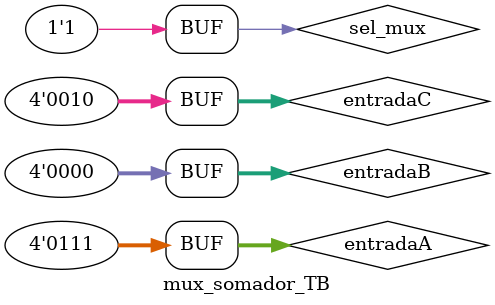
<source format=sv>
module mux_somador_TB;
  logic [3:0] entradaA, entradaB, entradaC;
  logic       sel_mux;
  logic [4:0] resultado_final;

  
  mux_somador test(
    .entradaA(entradaA),
    .entradaB(entradaB),
    .entradaC(entradaC),
    .sel_mux(sel_mux),
    .resultado_final(resultado_final)
  );

  initial begin
    $dumpfile("test.vcd");
    $dumpvars(1);
    $monitor("time=%3d, sel_mux=%b, entradaA=%b, entradaB=%b, entradaC=%b, resultado=%b",
             $time, sel_mux, entradaA, entradaB, entradaC, resultado_final);

    entradaA = 4'b0011; entradaB = 4'b0101; entradaC = 4'b0001; sel_mux = 0;
    #10;
    entradaA = 4'b0111; entradaB = 4'b0000; entradaC = 4'b0010; sel_mux = 1;
    #10;

    $display("Terminou");
  end
endmodule


</source>
